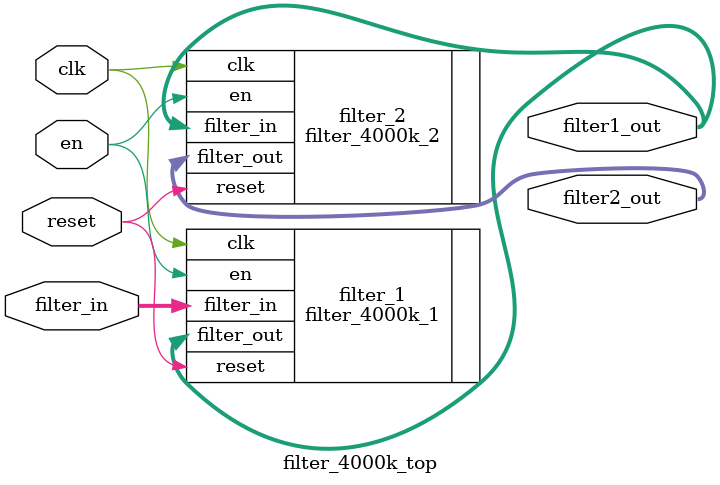
<source format=v>
module filter_4000k_top(
    input clk,
    input reset,
    input en,
    input [15:0] filter_in,
    output signed [15:0] filter1_out,
    output signed [15:0] filter2_out 
);
filter_4000k_1 filter_1(
    .clk(clk),
    .reset(reset),
    .en(en),
    .filter_in(filter_in),
    .filter_out(filter1_out)
);

filter_4000k_2 filter_2(
    .clk(clk),
    .reset(reset),
    .en(en),
    .filter_in(filter1_out),
    .filter_out(filter2_out)
);

endmodule
</source>
